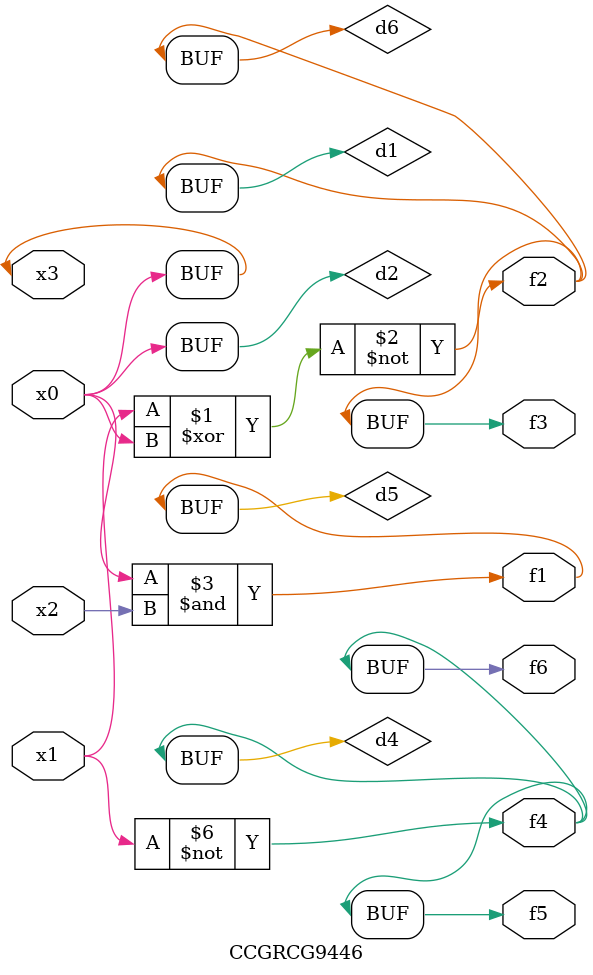
<source format=v>
module CCGRCG9446(
	input x0, x1, x2, x3,
	output f1, f2, f3, f4, f5, f6
);

	wire d1, d2, d3, d4, d5, d6;

	xnor (d1, x1, x3);
	buf (d2, x0, x3);
	nand (d3, x0, x2);
	not (d4, x1);
	nand (d5, d3);
	or (d6, d1);
	assign f1 = d5;
	assign f2 = d6;
	assign f3 = d6;
	assign f4 = d4;
	assign f5 = d4;
	assign f6 = d4;
endmodule

</source>
